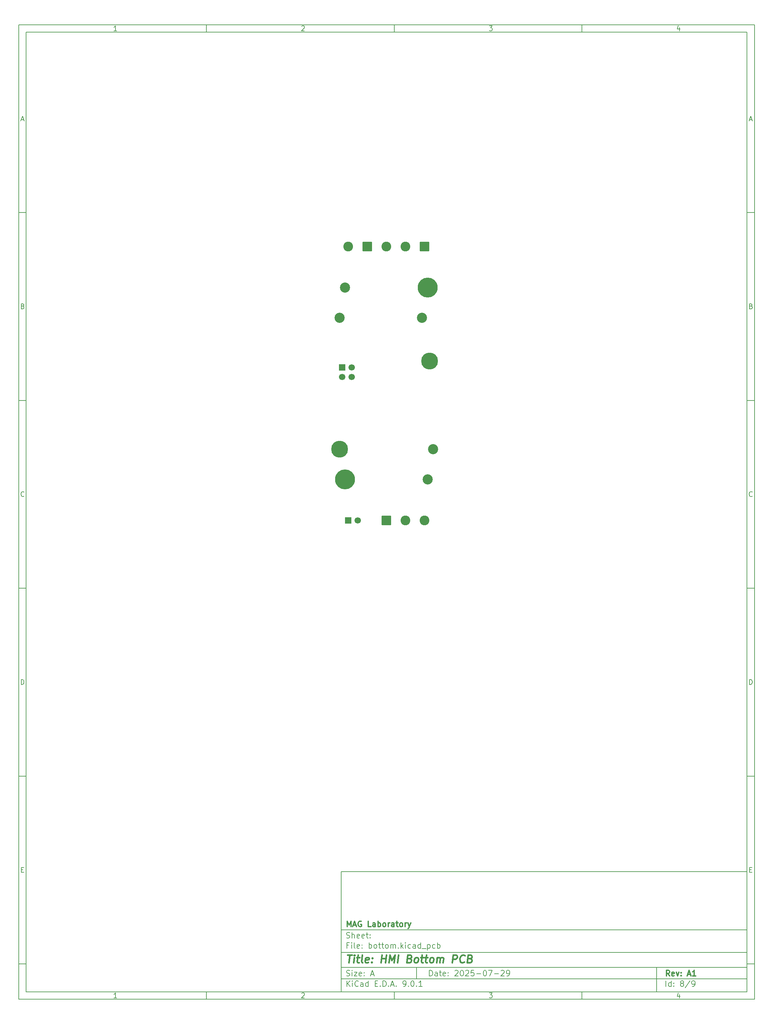
<source format=gbr>
%TF.GenerationSoftware,KiCad,Pcbnew,9.0.1*%
%TF.CreationDate,2025-07-31T02:38:39-07:00*%
%TF.ProjectId,bottom,626f7474-6f6d-42e6-9b69-6361645f7063,A1*%
%TF.SameCoordinates,PX578c1c0PY3d09000*%
%TF.FileFunction,Soldermask,Bot*%
%TF.FilePolarity,Negative*%
%FSLAX46Y46*%
G04 Gerber Fmt 4.6, Leading zero omitted, Abs format (unit mm)*
G04 Created by KiCad (PCBNEW 9.0.1) date 2025-07-31 02:38:39*
%MOMM*%
%LPD*%
G01*
G04 APERTURE LIST*
G04 Aperture macros list*
%AMRoundRect*
0 Rectangle with rounded corners*
0 $1 Rounding radius*
0 $2 $3 $4 $5 $6 $7 $8 $9 X,Y pos of 4 corners*
0 Add a 4 corners polygon primitive as box body*
4,1,4,$2,$3,$4,$5,$6,$7,$8,$9,$2,$3,0*
0 Add four circle primitives for the rounded corners*
1,1,$1+$1,$2,$3*
1,1,$1+$1,$4,$5*
1,1,$1+$1,$6,$7*
1,1,$1+$1,$8,$9*
0 Add four rect primitives between the rounded corners*
20,1,$1+$1,$2,$3,$4,$5,0*
20,1,$1+$1,$4,$5,$6,$7,0*
20,1,$1+$1,$6,$7,$8,$9,0*
20,1,$1+$1,$8,$9,$2,$3,0*%
G04 Aperture macros list end*
%ADD10C,0.100000*%
%ADD11C,0.150000*%
%ADD12C,0.300000*%
%ADD13C,0.400000*%
%ADD14RoundRect,0.250000X-1.050000X-1.050000X1.050000X-1.050000X1.050000X1.050000X-1.050000X1.050000X0*%
%ADD15C,2.600000*%
%ADD16C,2.700000*%
%ADD17R,1.700000X1.700000*%
%ADD18C,1.700000*%
%ADD19RoundRect,0.250000X1.050000X1.050000X-1.050000X1.050000X-1.050000X-1.050000X1.050000X-1.050000X0*%
%ADD20C,4.500000*%
%ADD21C,5.300000*%
G04 APERTURE END LIST*
D10*
D11*
X4100000Y-171400000D02*
X112100000Y-171400000D01*
X112100000Y-203400000D01*
X4100000Y-203400000D01*
X4100000Y-171400000D01*
D10*
D11*
X-81800000Y54000000D02*
X114100000Y54000000D01*
X114100000Y-205400000D01*
X-81800000Y-205400000D01*
X-81800000Y54000000D01*
D10*
D11*
X-79800000Y52000000D02*
X112100000Y52000000D01*
X112100000Y-203400000D01*
X-79800000Y-203400000D01*
X-79800000Y52000000D01*
D10*
D11*
X-31800000Y52000000D02*
X-31800000Y54000000D01*
D10*
D11*
X18200000Y52000000D02*
X18200000Y54000000D01*
D10*
D11*
X68200000Y52000000D02*
X68200000Y54000000D01*
D10*
D11*
X-55710840Y52406396D02*
X-56453697Y52406396D01*
X-56082269Y52406396D02*
X-56082269Y53706396D01*
X-56082269Y53706396D02*
X-56206078Y53520681D01*
X-56206078Y53520681D02*
X-56329888Y53396872D01*
X-56329888Y53396872D02*
X-56453697Y53334967D01*
D10*
D11*
X-6453697Y53582586D02*
X-6391793Y53644491D01*
X-6391793Y53644491D02*
X-6267983Y53706396D01*
X-6267983Y53706396D02*
X-5958459Y53706396D01*
X-5958459Y53706396D02*
X-5834650Y53644491D01*
X-5834650Y53644491D02*
X-5772745Y53582586D01*
X-5772745Y53582586D02*
X-5710840Y53458777D01*
X-5710840Y53458777D02*
X-5710840Y53334967D01*
X-5710840Y53334967D02*
X-5772745Y53149253D01*
X-5772745Y53149253D02*
X-6515602Y52406396D01*
X-6515602Y52406396D02*
X-5710840Y52406396D01*
D10*
D11*
X43484398Y53706396D02*
X44289160Y53706396D01*
X44289160Y53706396D02*
X43855826Y53211158D01*
X43855826Y53211158D02*
X44041541Y53211158D01*
X44041541Y53211158D02*
X44165350Y53149253D01*
X44165350Y53149253D02*
X44227255Y53087348D01*
X44227255Y53087348D02*
X44289160Y52963539D01*
X44289160Y52963539D02*
X44289160Y52654015D01*
X44289160Y52654015D02*
X44227255Y52530205D01*
X44227255Y52530205D02*
X44165350Y52468300D01*
X44165350Y52468300D02*
X44041541Y52406396D01*
X44041541Y52406396D02*
X43670112Y52406396D01*
X43670112Y52406396D02*
X43546303Y52468300D01*
X43546303Y52468300D02*
X43484398Y52530205D01*
D10*
D11*
X94165350Y53273062D02*
X94165350Y52406396D01*
X93855826Y53768300D02*
X93546303Y52839729D01*
X93546303Y52839729D02*
X94351064Y52839729D01*
D10*
D11*
X-31800000Y-203400000D02*
X-31800000Y-205400000D01*
D10*
D11*
X18200000Y-203400000D02*
X18200000Y-205400000D01*
D10*
D11*
X68200000Y-203400000D02*
X68200000Y-205400000D01*
D10*
D11*
X-55710840Y-204993604D02*
X-56453697Y-204993604D01*
X-56082269Y-204993604D02*
X-56082269Y-203693604D01*
X-56082269Y-203693604D02*
X-56206078Y-203879319D01*
X-56206078Y-203879319D02*
X-56329888Y-204003128D01*
X-56329888Y-204003128D02*
X-56453697Y-204065033D01*
D10*
D11*
X-6453697Y-203817414D02*
X-6391793Y-203755509D01*
X-6391793Y-203755509D02*
X-6267983Y-203693604D01*
X-6267983Y-203693604D02*
X-5958459Y-203693604D01*
X-5958459Y-203693604D02*
X-5834650Y-203755509D01*
X-5834650Y-203755509D02*
X-5772745Y-203817414D01*
X-5772745Y-203817414D02*
X-5710840Y-203941223D01*
X-5710840Y-203941223D02*
X-5710840Y-204065033D01*
X-5710840Y-204065033D02*
X-5772745Y-204250747D01*
X-5772745Y-204250747D02*
X-6515602Y-204993604D01*
X-6515602Y-204993604D02*
X-5710840Y-204993604D01*
D10*
D11*
X43484398Y-203693604D02*
X44289160Y-203693604D01*
X44289160Y-203693604D02*
X43855826Y-204188842D01*
X43855826Y-204188842D02*
X44041541Y-204188842D01*
X44041541Y-204188842D02*
X44165350Y-204250747D01*
X44165350Y-204250747D02*
X44227255Y-204312652D01*
X44227255Y-204312652D02*
X44289160Y-204436461D01*
X44289160Y-204436461D02*
X44289160Y-204745985D01*
X44289160Y-204745985D02*
X44227255Y-204869795D01*
X44227255Y-204869795D02*
X44165350Y-204931700D01*
X44165350Y-204931700D02*
X44041541Y-204993604D01*
X44041541Y-204993604D02*
X43670112Y-204993604D01*
X43670112Y-204993604D02*
X43546303Y-204931700D01*
X43546303Y-204931700D02*
X43484398Y-204869795D01*
D10*
D11*
X94165350Y-204126938D02*
X94165350Y-204993604D01*
X93855826Y-203631700D02*
X93546303Y-204560271D01*
X93546303Y-204560271D02*
X94351064Y-204560271D01*
D10*
D11*
X-81800000Y4000000D02*
X-79800000Y4000000D01*
D10*
D11*
X-81800000Y-46000000D02*
X-79800000Y-46000000D01*
D10*
D11*
X-81800000Y-96000000D02*
X-79800000Y-96000000D01*
D10*
D11*
X-81800000Y-146000000D02*
X-79800000Y-146000000D01*
D10*
D11*
X-81800000Y-196000000D02*
X-79800000Y-196000000D01*
D10*
D11*
X-81109524Y28777824D02*
X-80490477Y28777824D01*
X-81233334Y28406396D02*
X-80800001Y29706396D01*
X-80800001Y29706396D02*
X-80366667Y28406396D01*
D10*
D11*
X-80707143Y-20912652D02*
X-80521429Y-20974557D01*
X-80521429Y-20974557D02*
X-80459524Y-21036461D01*
X-80459524Y-21036461D02*
X-80397620Y-21160271D01*
X-80397620Y-21160271D02*
X-80397620Y-21345985D01*
X-80397620Y-21345985D02*
X-80459524Y-21469795D01*
X-80459524Y-21469795D02*
X-80521429Y-21531700D01*
X-80521429Y-21531700D02*
X-80645239Y-21593604D01*
X-80645239Y-21593604D02*
X-81140477Y-21593604D01*
X-81140477Y-21593604D02*
X-81140477Y-20293604D01*
X-81140477Y-20293604D02*
X-80707143Y-20293604D01*
X-80707143Y-20293604D02*
X-80583334Y-20355509D01*
X-80583334Y-20355509D02*
X-80521429Y-20417414D01*
X-80521429Y-20417414D02*
X-80459524Y-20541223D01*
X-80459524Y-20541223D02*
X-80459524Y-20665033D01*
X-80459524Y-20665033D02*
X-80521429Y-20788842D01*
X-80521429Y-20788842D02*
X-80583334Y-20850747D01*
X-80583334Y-20850747D02*
X-80707143Y-20912652D01*
X-80707143Y-20912652D02*
X-81140477Y-20912652D01*
D10*
D11*
X-80397620Y-71469795D02*
X-80459524Y-71531700D01*
X-80459524Y-71531700D02*
X-80645239Y-71593604D01*
X-80645239Y-71593604D02*
X-80769048Y-71593604D01*
X-80769048Y-71593604D02*
X-80954762Y-71531700D01*
X-80954762Y-71531700D02*
X-81078572Y-71407890D01*
X-81078572Y-71407890D02*
X-81140477Y-71284080D01*
X-81140477Y-71284080D02*
X-81202381Y-71036461D01*
X-81202381Y-71036461D02*
X-81202381Y-70850747D01*
X-81202381Y-70850747D02*
X-81140477Y-70603128D01*
X-81140477Y-70603128D02*
X-81078572Y-70479319D01*
X-81078572Y-70479319D02*
X-80954762Y-70355509D01*
X-80954762Y-70355509D02*
X-80769048Y-70293604D01*
X-80769048Y-70293604D02*
X-80645239Y-70293604D01*
X-80645239Y-70293604D02*
X-80459524Y-70355509D01*
X-80459524Y-70355509D02*
X-80397620Y-70417414D01*
D10*
D11*
X-81140477Y-121593604D02*
X-81140477Y-120293604D01*
X-81140477Y-120293604D02*
X-80830953Y-120293604D01*
X-80830953Y-120293604D02*
X-80645239Y-120355509D01*
X-80645239Y-120355509D02*
X-80521429Y-120479319D01*
X-80521429Y-120479319D02*
X-80459524Y-120603128D01*
X-80459524Y-120603128D02*
X-80397620Y-120850747D01*
X-80397620Y-120850747D02*
X-80397620Y-121036461D01*
X-80397620Y-121036461D02*
X-80459524Y-121284080D01*
X-80459524Y-121284080D02*
X-80521429Y-121407890D01*
X-80521429Y-121407890D02*
X-80645239Y-121531700D01*
X-80645239Y-121531700D02*
X-80830953Y-121593604D01*
X-80830953Y-121593604D02*
X-81140477Y-121593604D01*
D10*
D11*
X-81078572Y-170912652D02*
X-80645238Y-170912652D01*
X-80459524Y-171593604D02*
X-81078572Y-171593604D01*
X-81078572Y-171593604D02*
X-81078572Y-170293604D01*
X-81078572Y-170293604D02*
X-80459524Y-170293604D01*
D10*
D11*
X114100000Y4000000D02*
X112100000Y4000000D01*
D10*
D11*
X114100000Y-46000000D02*
X112100000Y-46000000D01*
D10*
D11*
X114100000Y-96000000D02*
X112100000Y-96000000D01*
D10*
D11*
X114100000Y-146000000D02*
X112100000Y-146000000D01*
D10*
D11*
X114100000Y-196000000D02*
X112100000Y-196000000D01*
D10*
D11*
X112790476Y28777824D02*
X113409523Y28777824D01*
X112666666Y28406396D02*
X113099999Y29706396D01*
X113099999Y29706396D02*
X113533333Y28406396D01*
D10*
D11*
X113192857Y-20912652D02*
X113378571Y-20974557D01*
X113378571Y-20974557D02*
X113440476Y-21036461D01*
X113440476Y-21036461D02*
X113502380Y-21160271D01*
X113502380Y-21160271D02*
X113502380Y-21345985D01*
X113502380Y-21345985D02*
X113440476Y-21469795D01*
X113440476Y-21469795D02*
X113378571Y-21531700D01*
X113378571Y-21531700D02*
X113254761Y-21593604D01*
X113254761Y-21593604D02*
X112759523Y-21593604D01*
X112759523Y-21593604D02*
X112759523Y-20293604D01*
X112759523Y-20293604D02*
X113192857Y-20293604D01*
X113192857Y-20293604D02*
X113316666Y-20355509D01*
X113316666Y-20355509D02*
X113378571Y-20417414D01*
X113378571Y-20417414D02*
X113440476Y-20541223D01*
X113440476Y-20541223D02*
X113440476Y-20665033D01*
X113440476Y-20665033D02*
X113378571Y-20788842D01*
X113378571Y-20788842D02*
X113316666Y-20850747D01*
X113316666Y-20850747D02*
X113192857Y-20912652D01*
X113192857Y-20912652D02*
X112759523Y-20912652D01*
D10*
D11*
X113502380Y-71469795D02*
X113440476Y-71531700D01*
X113440476Y-71531700D02*
X113254761Y-71593604D01*
X113254761Y-71593604D02*
X113130952Y-71593604D01*
X113130952Y-71593604D02*
X112945238Y-71531700D01*
X112945238Y-71531700D02*
X112821428Y-71407890D01*
X112821428Y-71407890D02*
X112759523Y-71284080D01*
X112759523Y-71284080D02*
X112697619Y-71036461D01*
X112697619Y-71036461D02*
X112697619Y-70850747D01*
X112697619Y-70850747D02*
X112759523Y-70603128D01*
X112759523Y-70603128D02*
X112821428Y-70479319D01*
X112821428Y-70479319D02*
X112945238Y-70355509D01*
X112945238Y-70355509D02*
X113130952Y-70293604D01*
X113130952Y-70293604D02*
X113254761Y-70293604D01*
X113254761Y-70293604D02*
X113440476Y-70355509D01*
X113440476Y-70355509D02*
X113502380Y-70417414D01*
D10*
D11*
X112759523Y-121593604D02*
X112759523Y-120293604D01*
X112759523Y-120293604D02*
X113069047Y-120293604D01*
X113069047Y-120293604D02*
X113254761Y-120355509D01*
X113254761Y-120355509D02*
X113378571Y-120479319D01*
X113378571Y-120479319D02*
X113440476Y-120603128D01*
X113440476Y-120603128D02*
X113502380Y-120850747D01*
X113502380Y-120850747D02*
X113502380Y-121036461D01*
X113502380Y-121036461D02*
X113440476Y-121284080D01*
X113440476Y-121284080D02*
X113378571Y-121407890D01*
X113378571Y-121407890D02*
X113254761Y-121531700D01*
X113254761Y-121531700D02*
X113069047Y-121593604D01*
X113069047Y-121593604D02*
X112759523Y-121593604D01*
D10*
D11*
X112821428Y-170912652D02*
X113254762Y-170912652D01*
X113440476Y-171593604D02*
X112821428Y-171593604D01*
X112821428Y-171593604D02*
X112821428Y-170293604D01*
X112821428Y-170293604D02*
X113440476Y-170293604D01*
D10*
D11*
X27555826Y-199186128D02*
X27555826Y-197686128D01*
X27555826Y-197686128D02*
X27912969Y-197686128D01*
X27912969Y-197686128D02*
X28127255Y-197757557D01*
X28127255Y-197757557D02*
X28270112Y-197900414D01*
X28270112Y-197900414D02*
X28341541Y-198043271D01*
X28341541Y-198043271D02*
X28412969Y-198328985D01*
X28412969Y-198328985D02*
X28412969Y-198543271D01*
X28412969Y-198543271D02*
X28341541Y-198828985D01*
X28341541Y-198828985D02*
X28270112Y-198971842D01*
X28270112Y-198971842D02*
X28127255Y-199114700D01*
X28127255Y-199114700D02*
X27912969Y-199186128D01*
X27912969Y-199186128D02*
X27555826Y-199186128D01*
X29698684Y-199186128D02*
X29698684Y-198400414D01*
X29698684Y-198400414D02*
X29627255Y-198257557D01*
X29627255Y-198257557D02*
X29484398Y-198186128D01*
X29484398Y-198186128D02*
X29198684Y-198186128D01*
X29198684Y-198186128D02*
X29055826Y-198257557D01*
X29698684Y-199114700D02*
X29555826Y-199186128D01*
X29555826Y-199186128D02*
X29198684Y-199186128D01*
X29198684Y-199186128D02*
X29055826Y-199114700D01*
X29055826Y-199114700D02*
X28984398Y-198971842D01*
X28984398Y-198971842D02*
X28984398Y-198828985D01*
X28984398Y-198828985D02*
X29055826Y-198686128D01*
X29055826Y-198686128D02*
X29198684Y-198614700D01*
X29198684Y-198614700D02*
X29555826Y-198614700D01*
X29555826Y-198614700D02*
X29698684Y-198543271D01*
X30198684Y-198186128D02*
X30770112Y-198186128D01*
X30412969Y-197686128D02*
X30412969Y-198971842D01*
X30412969Y-198971842D02*
X30484398Y-199114700D01*
X30484398Y-199114700D02*
X30627255Y-199186128D01*
X30627255Y-199186128D02*
X30770112Y-199186128D01*
X31841541Y-199114700D02*
X31698684Y-199186128D01*
X31698684Y-199186128D02*
X31412970Y-199186128D01*
X31412970Y-199186128D02*
X31270112Y-199114700D01*
X31270112Y-199114700D02*
X31198684Y-198971842D01*
X31198684Y-198971842D02*
X31198684Y-198400414D01*
X31198684Y-198400414D02*
X31270112Y-198257557D01*
X31270112Y-198257557D02*
X31412970Y-198186128D01*
X31412970Y-198186128D02*
X31698684Y-198186128D01*
X31698684Y-198186128D02*
X31841541Y-198257557D01*
X31841541Y-198257557D02*
X31912970Y-198400414D01*
X31912970Y-198400414D02*
X31912970Y-198543271D01*
X31912970Y-198543271D02*
X31198684Y-198686128D01*
X32555826Y-199043271D02*
X32627255Y-199114700D01*
X32627255Y-199114700D02*
X32555826Y-199186128D01*
X32555826Y-199186128D02*
X32484398Y-199114700D01*
X32484398Y-199114700D02*
X32555826Y-199043271D01*
X32555826Y-199043271D02*
X32555826Y-199186128D01*
X32555826Y-198257557D02*
X32627255Y-198328985D01*
X32627255Y-198328985D02*
X32555826Y-198400414D01*
X32555826Y-198400414D02*
X32484398Y-198328985D01*
X32484398Y-198328985D02*
X32555826Y-198257557D01*
X32555826Y-198257557D02*
X32555826Y-198400414D01*
X34341541Y-197828985D02*
X34412969Y-197757557D01*
X34412969Y-197757557D02*
X34555827Y-197686128D01*
X34555827Y-197686128D02*
X34912969Y-197686128D01*
X34912969Y-197686128D02*
X35055827Y-197757557D01*
X35055827Y-197757557D02*
X35127255Y-197828985D01*
X35127255Y-197828985D02*
X35198684Y-197971842D01*
X35198684Y-197971842D02*
X35198684Y-198114700D01*
X35198684Y-198114700D02*
X35127255Y-198328985D01*
X35127255Y-198328985D02*
X34270112Y-199186128D01*
X34270112Y-199186128D02*
X35198684Y-199186128D01*
X36127255Y-197686128D02*
X36270112Y-197686128D01*
X36270112Y-197686128D02*
X36412969Y-197757557D01*
X36412969Y-197757557D02*
X36484398Y-197828985D01*
X36484398Y-197828985D02*
X36555826Y-197971842D01*
X36555826Y-197971842D02*
X36627255Y-198257557D01*
X36627255Y-198257557D02*
X36627255Y-198614700D01*
X36627255Y-198614700D02*
X36555826Y-198900414D01*
X36555826Y-198900414D02*
X36484398Y-199043271D01*
X36484398Y-199043271D02*
X36412969Y-199114700D01*
X36412969Y-199114700D02*
X36270112Y-199186128D01*
X36270112Y-199186128D02*
X36127255Y-199186128D01*
X36127255Y-199186128D02*
X35984398Y-199114700D01*
X35984398Y-199114700D02*
X35912969Y-199043271D01*
X35912969Y-199043271D02*
X35841540Y-198900414D01*
X35841540Y-198900414D02*
X35770112Y-198614700D01*
X35770112Y-198614700D02*
X35770112Y-198257557D01*
X35770112Y-198257557D02*
X35841540Y-197971842D01*
X35841540Y-197971842D02*
X35912969Y-197828985D01*
X35912969Y-197828985D02*
X35984398Y-197757557D01*
X35984398Y-197757557D02*
X36127255Y-197686128D01*
X37198683Y-197828985D02*
X37270111Y-197757557D01*
X37270111Y-197757557D02*
X37412969Y-197686128D01*
X37412969Y-197686128D02*
X37770111Y-197686128D01*
X37770111Y-197686128D02*
X37912969Y-197757557D01*
X37912969Y-197757557D02*
X37984397Y-197828985D01*
X37984397Y-197828985D02*
X38055826Y-197971842D01*
X38055826Y-197971842D02*
X38055826Y-198114700D01*
X38055826Y-198114700D02*
X37984397Y-198328985D01*
X37984397Y-198328985D02*
X37127254Y-199186128D01*
X37127254Y-199186128D02*
X38055826Y-199186128D01*
X39412968Y-197686128D02*
X38698682Y-197686128D01*
X38698682Y-197686128D02*
X38627254Y-198400414D01*
X38627254Y-198400414D02*
X38698682Y-198328985D01*
X38698682Y-198328985D02*
X38841540Y-198257557D01*
X38841540Y-198257557D02*
X39198682Y-198257557D01*
X39198682Y-198257557D02*
X39341540Y-198328985D01*
X39341540Y-198328985D02*
X39412968Y-198400414D01*
X39412968Y-198400414D02*
X39484397Y-198543271D01*
X39484397Y-198543271D02*
X39484397Y-198900414D01*
X39484397Y-198900414D02*
X39412968Y-199043271D01*
X39412968Y-199043271D02*
X39341540Y-199114700D01*
X39341540Y-199114700D02*
X39198682Y-199186128D01*
X39198682Y-199186128D02*
X38841540Y-199186128D01*
X38841540Y-199186128D02*
X38698682Y-199114700D01*
X38698682Y-199114700D02*
X38627254Y-199043271D01*
X40127253Y-198614700D02*
X41270111Y-198614700D01*
X42270111Y-197686128D02*
X42412968Y-197686128D01*
X42412968Y-197686128D02*
X42555825Y-197757557D01*
X42555825Y-197757557D02*
X42627254Y-197828985D01*
X42627254Y-197828985D02*
X42698682Y-197971842D01*
X42698682Y-197971842D02*
X42770111Y-198257557D01*
X42770111Y-198257557D02*
X42770111Y-198614700D01*
X42770111Y-198614700D02*
X42698682Y-198900414D01*
X42698682Y-198900414D02*
X42627254Y-199043271D01*
X42627254Y-199043271D02*
X42555825Y-199114700D01*
X42555825Y-199114700D02*
X42412968Y-199186128D01*
X42412968Y-199186128D02*
X42270111Y-199186128D01*
X42270111Y-199186128D02*
X42127254Y-199114700D01*
X42127254Y-199114700D02*
X42055825Y-199043271D01*
X42055825Y-199043271D02*
X41984396Y-198900414D01*
X41984396Y-198900414D02*
X41912968Y-198614700D01*
X41912968Y-198614700D02*
X41912968Y-198257557D01*
X41912968Y-198257557D02*
X41984396Y-197971842D01*
X41984396Y-197971842D02*
X42055825Y-197828985D01*
X42055825Y-197828985D02*
X42127254Y-197757557D01*
X42127254Y-197757557D02*
X42270111Y-197686128D01*
X43270110Y-197686128D02*
X44270110Y-197686128D01*
X44270110Y-197686128D02*
X43627253Y-199186128D01*
X44841538Y-198614700D02*
X45984396Y-198614700D01*
X46627253Y-197828985D02*
X46698681Y-197757557D01*
X46698681Y-197757557D02*
X46841539Y-197686128D01*
X46841539Y-197686128D02*
X47198681Y-197686128D01*
X47198681Y-197686128D02*
X47341539Y-197757557D01*
X47341539Y-197757557D02*
X47412967Y-197828985D01*
X47412967Y-197828985D02*
X47484396Y-197971842D01*
X47484396Y-197971842D02*
X47484396Y-198114700D01*
X47484396Y-198114700D02*
X47412967Y-198328985D01*
X47412967Y-198328985D02*
X46555824Y-199186128D01*
X46555824Y-199186128D02*
X47484396Y-199186128D01*
X48198681Y-199186128D02*
X48484395Y-199186128D01*
X48484395Y-199186128D02*
X48627252Y-199114700D01*
X48627252Y-199114700D02*
X48698681Y-199043271D01*
X48698681Y-199043271D02*
X48841538Y-198828985D01*
X48841538Y-198828985D02*
X48912967Y-198543271D01*
X48912967Y-198543271D02*
X48912967Y-197971842D01*
X48912967Y-197971842D02*
X48841538Y-197828985D01*
X48841538Y-197828985D02*
X48770110Y-197757557D01*
X48770110Y-197757557D02*
X48627252Y-197686128D01*
X48627252Y-197686128D02*
X48341538Y-197686128D01*
X48341538Y-197686128D02*
X48198681Y-197757557D01*
X48198681Y-197757557D02*
X48127252Y-197828985D01*
X48127252Y-197828985D02*
X48055824Y-197971842D01*
X48055824Y-197971842D02*
X48055824Y-198328985D01*
X48055824Y-198328985D02*
X48127252Y-198471842D01*
X48127252Y-198471842D02*
X48198681Y-198543271D01*
X48198681Y-198543271D02*
X48341538Y-198614700D01*
X48341538Y-198614700D02*
X48627252Y-198614700D01*
X48627252Y-198614700D02*
X48770110Y-198543271D01*
X48770110Y-198543271D02*
X48841538Y-198471842D01*
X48841538Y-198471842D02*
X48912967Y-198328985D01*
D10*
D11*
X4100000Y-199900000D02*
X112100000Y-199900000D01*
D10*
D11*
X5555826Y-201986128D02*
X5555826Y-200486128D01*
X6412969Y-201986128D02*
X5770112Y-201128985D01*
X6412969Y-200486128D02*
X5555826Y-201343271D01*
X7055826Y-201986128D02*
X7055826Y-200986128D01*
X7055826Y-200486128D02*
X6984398Y-200557557D01*
X6984398Y-200557557D02*
X7055826Y-200628985D01*
X7055826Y-200628985D02*
X7127255Y-200557557D01*
X7127255Y-200557557D02*
X7055826Y-200486128D01*
X7055826Y-200486128D02*
X7055826Y-200628985D01*
X8627255Y-201843271D02*
X8555827Y-201914700D01*
X8555827Y-201914700D02*
X8341541Y-201986128D01*
X8341541Y-201986128D02*
X8198684Y-201986128D01*
X8198684Y-201986128D02*
X7984398Y-201914700D01*
X7984398Y-201914700D02*
X7841541Y-201771842D01*
X7841541Y-201771842D02*
X7770112Y-201628985D01*
X7770112Y-201628985D02*
X7698684Y-201343271D01*
X7698684Y-201343271D02*
X7698684Y-201128985D01*
X7698684Y-201128985D02*
X7770112Y-200843271D01*
X7770112Y-200843271D02*
X7841541Y-200700414D01*
X7841541Y-200700414D02*
X7984398Y-200557557D01*
X7984398Y-200557557D02*
X8198684Y-200486128D01*
X8198684Y-200486128D02*
X8341541Y-200486128D01*
X8341541Y-200486128D02*
X8555827Y-200557557D01*
X8555827Y-200557557D02*
X8627255Y-200628985D01*
X9912970Y-201986128D02*
X9912970Y-201200414D01*
X9912970Y-201200414D02*
X9841541Y-201057557D01*
X9841541Y-201057557D02*
X9698684Y-200986128D01*
X9698684Y-200986128D02*
X9412970Y-200986128D01*
X9412970Y-200986128D02*
X9270112Y-201057557D01*
X9912970Y-201914700D02*
X9770112Y-201986128D01*
X9770112Y-201986128D02*
X9412970Y-201986128D01*
X9412970Y-201986128D02*
X9270112Y-201914700D01*
X9270112Y-201914700D02*
X9198684Y-201771842D01*
X9198684Y-201771842D02*
X9198684Y-201628985D01*
X9198684Y-201628985D02*
X9270112Y-201486128D01*
X9270112Y-201486128D02*
X9412970Y-201414700D01*
X9412970Y-201414700D02*
X9770112Y-201414700D01*
X9770112Y-201414700D02*
X9912970Y-201343271D01*
X11270113Y-201986128D02*
X11270113Y-200486128D01*
X11270113Y-201914700D02*
X11127255Y-201986128D01*
X11127255Y-201986128D02*
X10841541Y-201986128D01*
X10841541Y-201986128D02*
X10698684Y-201914700D01*
X10698684Y-201914700D02*
X10627255Y-201843271D01*
X10627255Y-201843271D02*
X10555827Y-201700414D01*
X10555827Y-201700414D02*
X10555827Y-201271842D01*
X10555827Y-201271842D02*
X10627255Y-201128985D01*
X10627255Y-201128985D02*
X10698684Y-201057557D01*
X10698684Y-201057557D02*
X10841541Y-200986128D01*
X10841541Y-200986128D02*
X11127255Y-200986128D01*
X11127255Y-200986128D02*
X11270113Y-201057557D01*
X13127255Y-201200414D02*
X13627255Y-201200414D01*
X13841541Y-201986128D02*
X13127255Y-201986128D01*
X13127255Y-201986128D02*
X13127255Y-200486128D01*
X13127255Y-200486128D02*
X13841541Y-200486128D01*
X14484398Y-201843271D02*
X14555827Y-201914700D01*
X14555827Y-201914700D02*
X14484398Y-201986128D01*
X14484398Y-201986128D02*
X14412970Y-201914700D01*
X14412970Y-201914700D02*
X14484398Y-201843271D01*
X14484398Y-201843271D02*
X14484398Y-201986128D01*
X15198684Y-201986128D02*
X15198684Y-200486128D01*
X15198684Y-200486128D02*
X15555827Y-200486128D01*
X15555827Y-200486128D02*
X15770113Y-200557557D01*
X15770113Y-200557557D02*
X15912970Y-200700414D01*
X15912970Y-200700414D02*
X15984399Y-200843271D01*
X15984399Y-200843271D02*
X16055827Y-201128985D01*
X16055827Y-201128985D02*
X16055827Y-201343271D01*
X16055827Y-201343271D02*
X15984399Y-201628985D01*
X15984399Y-201628985D02*
X15912970Y-201771842D01*
X15912970Y-201771842D02*
X15770113Y-201914700D01*
X15770113Y-201914700D02*
X15555827Y-201986128D01*
X15555827Y-201986128D02*
X15198684Y-201986128D01*
X16698684Y-201843271D02*
X16770113Y-201914700D01*
X16770113Y-201914700D02*
X16698684Y-201986128D01*
X16698684Y-201986128D02*
X16627256Y-201914700D01*
X16627256Y-201914700D02*
X16698684Y-201843271D01*
X16698684Y-201843271D02*
X16698684Y-201986128D01*
X17341542Y-201557557D02*
X18055828Y-201557557D01*
X17198685Y-201986128D02*
X17698685Y-200486128D01*
X17698685Y-200486128D02*
X18198685Y-201986128D01*
X18698684Y-201843271D02*
X18770113Y-201914700D01*
X18770113Y-201914700D02*
X18698684Y-201986128D01*
X18698684Y-201986128D02*
X18627256Y-201914700D01*
X18627256Y-201914700D02*
X18698684Y-201843271D01*
X18698684Y-201843271D02*
X18698684Y-201986128D01*
X20627256Y-201986128D02*
X20912970Y-201986128D01*
X20912970Y-201986128D02*
X21055827Y-201914700D01*
X21055827Y-201914700D02*
X21127256Y-201843271D01*
X21127256Y-201843271D02*
X21270113Y-201628985D01*
X21270113Y-201628985D02*
X21341542Y-201343271D01*
X21341542Y-201343271D02*
X21341542Y-200771842D01*
X21341542Y-200771842D02*
X21270113Y-200628985D01*
X21270113Y-200628985D02*
X21198685Y-200557557D01*
X21198685Y-200557557D02*
X21055827Y-200486128D01*
X21055827Y-200486128D02*
X20770113Y-200486128D01*
X20770113Y-200486128D02*
X20627256Y-200557557D01*
X20627256Y-200557557D02*
X20555827Y-200628985D01*
X20555827Y-200628985D02*
X20484399Y-200771842D01*
X20484399Y-200771842D02*
X20484399Y-201128985D01*
X20484399Y-201128985D02*
X20555827Y-201271842D01*
X20555827Y-201271842D02*
X20627256Y-201343271D01*
X20627256Y-201343271D02*
X20770113Y-201414700D01*
X20770113Y-201414700D02*
X21055827Y-201414700D01*
X21055827Y-201414700D02*
X21198685Y-201343271D01*
X21198685Y-201343271D02*
X21270113Y-201271842D01*
X21270113Y-201271842D02*
X21341542Y-201128985D01*
X21984398Y-201843271D02*
X22055827Y-201914700D01*
X22055827Y-201914700D02*
X21984398Y-201986128D01*
X21984398Y-201986128D02*
X21912970Y-201914700D01*
X21912970Y-201914700D02*
X21984398Y-201843271D01*
X21984398Y-201843271D02*
X21984398Y-201986128D01*
X22984399Y-200486128D02*
X23127256Y-200486128D01*
X23127256Y-200486128D02*
X23270113Y-200557557D01*
X23270113Y-200557557D02*
X23341542Y-200628985D01*
X23341542Y-200628985D02*
X23412970Y-200771842D01*
X23412970Y-200771842D02*
X23484399Y-201057557D01*
X23484399Y-201057557D02*
X23484399Y-201414700D01*
X23484399Y-201414700D02*
X23412970Y-201700414D01*
X23412970Y-201700414D02*
X23341542Y-201843271D01*
X23341542Y-201843271D02*
X23270113Y-201914700D01*
X23270113Y-201914700D02*
X23127256Y-201986128D01*
X23127256Y-201986128D02*
X22984399Y-201986128D01*
X22984399Y-201986128D02*
X22841542Y-201914700D01*
X22841542Y-201914700D02*
X22770113Y-201843271D01*
X22770113Y-201843271D02*
X22698684Y-201700414D01*
X22698684Y-201700414D02*
X22627256Y-201414700D01*
X22627256Y-201414700D02*
X22627256Y-201057557D01*
X22627256Y-201057557D02*
X22698684Y-200771842D01*
X22698684Y-200771842D02*
X22770113Y-200628985D01*
X22770113Y-200628985D02*
X22841542Y-200557557D01*
X22841542Y-200557557D02*
X22984399Y-200486128D01*
X24127255Y-201843271D02*
X24198684Y-201914700D01*
X24198684Y-201914700D02*
X24127255Y-201986128D01*
X24127255Y-201986128D02*
X24055827Y-201914700D01*
X24055827Y-201914700D02*
X24127255Y-201843271D01*
X24127255Y-201843271D02*
X24127255Y-201986128D01*
X25627256Y-201986128D02*
X24770113Y-201986128D01*
X25198684Y-201986128D02*
X25198684Y-200486128D01*
X25198684Y-200486128D02*
X25055827Y-200700414D01*
X25055827Y-200700414D02*
X24912970Y-200843271D01*
X24912970Y-200843271D02*
X24770113Y-200914700D01*
D10*
D11*
X4100000Y-196900000D02*
X112100000Y-196900000D01*
D10*
D12*
X91511653Y-199178328D02*
X91011653Y-198464042D01*
X90654510Y-199178328D02*
X90654510Y-197678328D01*
X90654510Y-197678328D02*
X91225939Y-197678328D01*
X91225939Y-197678328D02*
X91368796Y-197749757D01*
X91368796Y-197749757D02*
X91440225Y-197821185D01*
X91440225Y-197821185D02*
X91511653Y-197964042D01*
X91511653Y-197964042D02*
X91511653Y-198178328D01*
X91511653Y-198178328D02*
X91440225Y-198321185D01*
X91440225Y-198321185D02*
X91368796Y-198392614D01*
X91368796Y-198392614D02*
X91225939Y-198464042D01*
X91225939Y-198464042D02*
X90654510Y-198464042D01*
X92725939Y-199106900D02*
X92583082Y-199178328D01*
X92583082Y-199178328D02*
X92297368Y-199178328D01*
X92297368Y-199178328D02*
X92154510Y-199106900D01*
X92154510Y-199106900D02*
X92083082Y-198964042D01*
X92083082Y-198964042D02*
X92083082Y-198392614D01*
X92083082Y-198392614D02*
X92154510Y-198249757D01*
X92154510Y-198249757D02*
X92297368Y-198178328D01*
X92297368Y-198178328D02*
X92583082Y-198178328D01*
X92583082Y-198178328D02*
X92725939Y-198249757D01*
X92725939Y-198249757D02*
X92797368Y-198392614D01*
X92797368Y-198392614D02*
X92797368Y-198535471D01*
X92797368Y-198535471D02*
X92083082Y-198678328D01*
X93297367Y-198178328D02*
X93654510Y-199178328D01*
X93654510Y-199178328D02*
X94011653Y-198178328D01*
X94583081Y-199035471D02*
X94654510Y-199106900D01*
X94654510Y-199106900D02*
X94583081Y-199178328D01*
X94583081Y-199178328D02*
X94511653Y-199106900D01*
X94511653Y-199106900D02*
X94583081Y-199035471D01*
X94583081Y-199035471D02*
X94583081Y-199178328D01*
X94583081Y-198249757D02*
X94654510Y-198321185D01*
X94654510Y-198321185D02*
X94583081Y-198392614D01*
X94583081Y-198392614D02*
X94511653Y-198321185D01*
X94511653Y-198321185D02*
X94583081Y-198249757D01*
X94583081Y-198249757D02*
X94583081Y-198392614D01*
X96368796Y-198749757D02*
X97083082Y-198749757D01*
X96225939Y-199178328D02*
X96725939Y-197678328D01*
X96725939Y-197678328D02*
X97225939Y-199178328D01*
X98511653Y-199178328D02*
X97654510Y-199178328D01*
X98083081Y-199178328D02*
X98083081Y-197678328D01*
X98083081Y-197678328D02*
X97940224Y-197892614D01*
X97940224Y-197892614D02*
X97797367Y-198035471D01*
X97797367Y-198035471D02*
X97654510Y-198106900D01*
D10*
D11*
X5484398Y-199114700D02*
X5698684Y-199186128D01*
X5698684Y-199186128D02*
X6055826Y-199186128D01*
X6055826Y-199186128D02*
X6198684Y-199114700D01*
X6198684Y-199114700D02*
X6270112Y-199043271D01*
X6270112Y-199043271D02*
X6341541Y-198900414D01*
X6341541Y-198900414D02*
X6341541Y-198757557D01*
X6341541Y-198757557D02*
X6270112Y-198614700D01*
X6270112Y-198614700D02*
X6198684Y-198543271D01*
X6198684Y-198543271D02*
X6055826Y-198471842D01*
X6055826Y-198471842D02*
X5770112Y-198400414D01*
X5770112Y-198400414D02*
X5627255Y-198328985D01*
X5627255Y-198328985D02*
X5555826Y-198257557D01*
X5555826Y-198257557D02*
X5484398Y-198114700D01*
X5484398Y-198114700D02*
X5484398Y-197971842D01*
X5484398Y-197971842D02*
X5555826Y-197828985D01*
X5555826Y-197828985D02*
X5627255Y-197757557D01*
X5627255Y-197757557D02*
X5770112Y-197686128D01*
X5770112Y-197686128D02*
X6127255Y-197686128D01*
X6127255Y-197686128D02*
X6341541Y-197757557D01*
X6984397Y-199186128D02*
X6984397Y-198186128D01*
X6984397Y-197686128D02*
X6912969Y-197757557D01*
X6912969Y-197757557D02*
X6984397Y-197828985D01*
X6984397Y-197828985D02*
X7055826Y-197757557D01*
X7055826Y-197757557D02*
X6984397Y-197686128D01*
X6984397Y-197686128D02*
X6984397Y-197828985D01*
X7555826Y-198186128D02*
X8341541Y-198186128D01*
X8341541Y-198186128D02*
X7555826Y-199186128D01*
X7555826Y-199186128D02*
X8341541Y-199186128D01*
X9484398Y-199114700D02*
X9341541Y-199186128D01*
X9341541Y-199186128D02*
X9055827Y-199186128D01*
X9055827Y-199186128D02*
X8912969Y-199114700D01*
X8912969Y-199114700D02*
X8841541Y-198971842D01*
X8841541Y-198971842D02*
X8841541Y-198400414D01*
X8841541Y-198400414D02*
X8912969Y-198257557D01*
X8912969Y-198257557D02*
X9055827Y-198186128D01*
X9055827Y-198186128D02*
X9341541Y-198186128D01*
X9341541Y-198186128D02*
X9484398Y-198257557D01*
X9484398Y-198257557D02*
X9555827Y-198400414D01*
X9555827Y-198400414D02*
X9555827Y-198543271D01*
X9555827Y-198543271D02*
X8841541Y-198686128D01*
X10198683Y-199043271D02*
X10270112Y-199114700D01*
X10270112Y-199114700D02*
X10198683Y-199186128D01*
X10198683Y-199186128D02*
X10127255Y-199114700D01*
X10127255Y-199114700D02*
X10198683Y-199043271D01*
X10198683Y-199043271D02*
X10198683Y-199186128D01*
X10198683Y-198257557D02*
X10270112Y-198328985D01*
X10270112Y-198328985D02*
X10198683Y-198400414D01*
X10198683Y-198400414D02*
X10127255Y-198328985D01*
X10127255Y-198328985D02*
X10198683Y-198257557D01*
X10198683Y-198257557D02*
X10198683Y-198400414D01*
X11984398Y-198757557D02*
X12698684Y-198757557D01*
X11841541Y-199186128D02*
X12341541Y-197686128D01*
X12341541Y-197686128D02*
X12841541Y-199186128D01*
D10*
D11*
X90555826Y-201986128D02*
X90555826Y-200486128D01*
X91912970Y-201986128D02*
X91912970Y-200486128D01*
X91912970Y-201914700D02*
X91770112Y-201986128D01*
X91770112Y-201986128D02*
X91484398Y-201986128D01*
X91484398Y-201986128D02*
X91341541Y-201914700D01*
X91341541Y-201914700D02*
X91270112Y-201843271D01*
X91270112Y-201843271D02*
X91198684Y-201700414D01*
X91198684Y-201700414D02*
X91198684Y-201271842D01*
X91198684Y-201271842D02*
X91270112Y-201128985D01*
X91270112Y-201128985D02*
X91341541Y-201057557D01*
X91341541Y-201057557D02*
X91484398Y-200986128D01*
X91484398Y-200986128D02*
X91770112Y-200986128D01*
X91770112Y-200986128D02*
X91912970Y-201057557D01*
X92627255Y-201843271D02*
X92698684Y-201914700D01*
X92698684Y-201914700D02*
X92627255Y-201986128D01*
X92627255Y-201986128D02*
X92555827Y-201914700D01*
X92555827Y-201914700D02*
X92627255Y-201843271D01*
X92627255Y-201843271D02*
X92627255Y-201986128D01*
X92627255Y-201057557D02*
X92698684Y-201128985D01*
X92698684Y-201128985D02*
X92627255Y-201200414D01*
X92627255Y-201200414D02*
X92555827Y-201128985D01*
X92555827Y-201128985D02*
X92627255Y-201057557D01*
X92627255Y-201057557D02*
X92627255Y-201200414D01*
X94698684Y-201128985D02*
X94555827Y-201057557D01*
X94555827Y-201057557D02*
X94484398Y-200986128D01*
X94484398Y-200986128D02*
X94412970Y-200843271D01*
X94412970Y-200843271D02*
X94412970Y-200771842D01*
X94412970Y-200771842D02*
X94484398Y-200628985D01*
X94484398Y-200628985D02*
X94555827Y-200557557D01*
X94555827Y-200557557D02*
X94698684Y-200486128D01*
X94698684Y-200486128D02*
X94984398Y-200486128D01*
X94984398Y-200486128D02*
X95127256Y-200557557D01*
X95127256Y-200557557D02*
X95198684Y-200628985D01*
X95198684Y-200628985D02*
X95270113Y-200771842D01*
X95270113Y-200771842D02*
X95270113Y-200843271D01*
X95270113Y-200843271D02*
X95198684Y-200986128D01*
X95198684Y-200986128D02*
X95127256Y-201057557D01*
X95127256Y-201057557D02*
X94984398Y-201128985D01*
X94984398Y-201128985D02*
X94698684Y-201128985D01*
X94698684Y-201128985D02*
X94555827Y-201200414D01*
X94555827Y-201200414D02*
X94484398Y-201271842D01*
X94484398Y-201271842D02*
X94412970Y-201414700D01*
X94412970Y-201414700D02*
X94412970Y-201700414D01*
X94412970Y-201700414D02*
X94484398Y-201843271D01*
X94484398Y-201843271D02*
X94555827Y-201914700D01*
X94555827Y-201914700D02*
X94698684Y-201986128D01*
X94698684Y-201986128D02*
X94984398Y-201986128D01*
X94984398Y-201986128D02*
X95127256Y-201914700D01*
X95127256Y-201914700D02*
X95198684Y-201843271D01*
X95198684Y-201843271D02*
X95270113Y-201700414D01*
X95270113Y-201700414D02*
X95270113Y-201414700D01*
X95270113Y-201414700D02*
X95198684Y-201271842D01*
X95198684Y-201271842D02*
X95127256Y-201200414D01*
X95127256Y-201200414D02*
X94984398Y-201128985D01*
X96984398Y-200414700D02*
X95698684Y-202343271D01*
X97555827Y-201986128D02*
X97841541Y-201986128D01*
X97841541Y-201986128D02*
X97984398Y-201914700D01*
X97984398Y-201914700D02*
X98055827Y-201843271D01*
X98055827Y-201843271D02*
X98198684Y-201628985D01*
X98198684Y-201628985D02*
X98270113Y-201343271D01*
X98270113Y-201343271D02*
X98270113Y-200771842D01*
X98270113Y-200771842D02*
X98198684Y-200628985D01*
X98198684Y-200628985D02*
X98127256Y-200557557D01*
X98127256Y-200557557D02*
X97984398Y-200486128D01*
X97984398Y-200486128D02*
X97698684Y-200486128D01*
X97698684Y-200486128D02*
X97555827Y-200557557D01*
X97555827Y-200557557D02*
X97484398Y-200628985D01*
X97484398Y-200628985D02*
X97412970Y-200771842D01*
X97412970Y-200771842D02*
X97412970Y-201128985D01*
X97412970Y-201128985D02*
X97484398Y-201271842D01*
X97484398Y-201271842D02*
X97555827Y-201343271D01*
X97555827Y-201343271D02*
X97698684Y-201414700D01*
X97698684Y-201414700D02*
X97984398Y-201414700D01*
X97984398Y-201414700D02*
X98127256Y-201343271D01*
X98127256Y-201343271D02*
X98198684Y-201271842D01*
X98198684Y-201271842D02*
X98270113Y-201128985D01*
D10*
D11*
X4100000Y-192900000D02*
X112100000Y-192900000D01*
D10*
D13*
X5791728Y-193604438D02*
X6934585Y-193604438D01*
X6113157Y-195604438D02*
X6363157Y-193604438D01*
X7351252Y-195604438D02*
X7517919Y-194271104D01*
X7601252Y-193604438D02*
X7494109Y-193699676D01*
X7494109Y-193699676D02*
X7577443Y-193794914D01*
X7577443Y-193794914D02*
X7684586Y-193699676D01*
X7684586Y-193699676D02*
X7601252Y-193604438D01*
X7601252Y-193604438D02*
X7577443Y-193794914D01*
X8184586Y-194271104D02*
X8946490Y-194271104D01*
X8553633Y-193604438D02*
X8339348Y-195318723D01*
X8339348Y-195318723D02*
X8410776Y-195509200D01*
X8410776Y-195509200D02*
X8589348Y-195604438D01*
X8589348Y-195604438D02*
X8779824Y-195604438D01*
X9732205Y-195604438D02*
X9553633Y-195509200D01*
X9553633Y-195509200D02*
X9482205Y-195318723D01*
X9482205Y-195318723D02*
X9696490Y-193604438D01*
X11267919Y-195509200D02*
X11065538Y-195604438D01*
X11065538Y-195604438D02*
X10684585Y-195604438D01*
X10684585Y-195604438D02*
X10506014Y-195509200D01*
X10506014Y-195509200D02*
X10434585Y-195318723D01*
X10434585Y-195318723D02*
X10529824Y-194556819D01*
X10529824Y-194556819D02*
X10648871Y-194366342D01*
X10648871Y-194366342D02*
X10851252Y-194271104D01*
X10851252Y-194271104D02*
X11232204Y-194271104D01*
X11232204Y-194271104D02*
X11410776Y-194366342D01*
X11410776Y-194366342D02*
X11482204Y-194556819D01*
X11482204Y-194556819D02*
X11458395Y-194747295D01*
X11458395Y-194747295D02*
X10482204Y-194937771D01*
X12232205Y-195413961D02*
X12315538Y-195509200D01*
X12315538Y-195509200D02*
X12208395Y-195604438D01*
X12208395Y-195604438D02*
X12125062Y-195509200D01*
X12125062Y-195509200D02*
X12232205Y-195413961D01*
X12232205Y-195413961D02*
X12208395Y-195604438D01*
X12363157Y-194366342D02*
X12446490Y-194461580D01*
X12446490Y-194461580D02*
X12339348Y-194556819D01*
X12339348Y-194556819D02*
X12256014Y-194461580D01*
X12256014Y-194461580D02*
X12363157Y-194366342D01*
X12363157Y-194366342D02*
X12339348Y-194556819D01*
X14684586Y-195604438D02*
X14934586Y-193604438D01*
X14815539Y-194556819D02*
X15958396Y-194556819D01*
X15827443Y-195604438D02*
X16077443Y-193604438D01*
X16779824Y-195604438D02*
X17029824Y-193604438D01*
X17029824Y-193604438D02*
X17517919Y-195033009D01*
X17517919Y-195033009D02*
X18363158Y-193604438D01*
X18363158Y-193604438D02*
X18113158Y-195604438D01*
X19065538Y-195604438D02*
X19315538Y-193604438D01*
X22339348Y-194556819D02*
X22613158Y-194652057D01*
X22613158Y-194652057D02*
X22696491Y-194747295D01*
X22696491Y-194747295D02*
X22767920Y-194937771D01*
X22767920Y-194937771D02*
X22732205Y-195223485D01*
X22732205Y-195223485D02*
X22613158Y-195413961D01*
X22613158Y-195413961D02*
X22506015Y-195509200D01*
X22506015Y-195509200D02*
X22303634Y-195604438D01*
X22303634Y-195604438D02*
X21541729Y-195604438D01*
X21541729Y-195604438D02*
X21791729Y-193604438D01*
X21791729Y-193604438D02*
X22458396Y-193604438D01*
X22458396Y-193604438D02*
X22636967Y-193699676D01*
X22636967Y-193699676D02*
X22720301Y-193794914D01*
X22720301Y-193794914D02*
X22791729Y-193985390D01*
X22791729Y-193985390D02*
X22767920Y-194175866D01*
X22767920Y-194175866D02*
X22648872Y-194366342D01*
X22648872Y-194366342D02*
X22541729Y-194461580D01*
X22541729Y-194461580D02*
X22339348Y-194556819D01*
X22339348Y-194556819D02*
X21672682Y-194556819D01*
X23827444Y-195604438D02*
X23648872Y-195509200D01*
X23648872Y-195509200D02*
X23565539Y-195413961D01*
X23565539Y-195413961D02*
X23494110Y-195223485D01*
X23494110Y-195223485D02*
X23565539Y-194652057D01*
X23565539Y-194652057D02*
X23684586Y-194461580D01*
X23684586Y-194461580D02*
X23791729Y-194366342D01*
X23791729Y-194366342D02*
X23994110Y-194271104D01*
X23994110Y-194271104D02*
X24279824Y-194271104D01*
X24279824Y-194271104D02*
X24458396Y-194366342D01*
X24458396Y-194366342D02*
X24541729Y-194461580D01*
X24541729Y-194461580D02*
X24613158Y-194652057D01*
X24613158Y-194652057D02*
X24541729Y-195223485D01*
X24541729Y-195223485D02*
X24422682Y-195413961D01*
X24422682Y-195413961D02*
X24315539Y-195509200D01*
X24315539Y-195509200D02*
X24113158Y-195604438D01*
X24113158Y-195604438D02*
X23827444Y-195604438D01*
X25232206Y-194271104D02*
X25994110Y-194271104D01*
X25601253Y-193604438D02*
X25386968Y-195318723D01*
X25386968Y-195318723D02*
X25458396Y-195509200D01*
X25458396Y-195509200D02*
X25636968Y-195604438D01*
X25636968Y-195604438D02*
X25827444Y-195604438D01*
X26375063Y-194271104D02*
X27136967Y-194271104D01*
X26744110Y-193604438D02*
X26529825Y-195318723D01*
X26529825Y-195318723D02*
X26601253Y-195509200D01*
X26601253Y-195509200D02*
X26779825Y-195604438D01*
X26779825Y-195604438D02*
X26970301Y-195604438D01*
X27922682Y-195604438D02*
X27744110Y-195509200D01*
X27744110Y-195509200D02*
X27660777Y-195413961D01*
X27660777Y-195413961D02*
X27589348Y-195223485D01*
X27589348Y-195223485D02*
X27660777Y-194652057D01*
X27660777Y-194652057D02*
X27779824Y-194461580D01*
X27779824Y-194461580D02*
X27886967Y-194366342D01*
X27886967Y-194366342D02*
X28089348Y-194271104D01*
X28089348Y-194271104D02*
X28375062Y-194271104D01*
X28375062Y-194271104D02*
X28553634Y-194366342D01*
X28553634Y-194366342D02*
X28636967Y-194461580D01*
X28636967Y-194461580D02*
X28708396Y-194652057D01*
X28708396Y-194652057D02*
X28636967Y-195223485D01*
X28636967Y-195223485D02*
X28517920Y-195413961D01*
X28517920Y-195413961D02*
X28410777Y-195509200D01*
X28410777Y-195509200D02*
X28208396Y-195604438D01*
X28208396Y-195604438D02*
X27922682Y-195604438D01*
X29446491Y-195604438D02*
X29613158Y-194271104D01*
X29589348Y-194461580D02*
X29696491Y-194366342D01*
X29696491Y-194366342D02*
X29898872Y-194271104D01*
X29898872Y-194271104D02*
X30184586Y-194271104D01*
X30184586Y-194271104D02*
X30363158Y-194366342D01*
X30363158Y-194366342D02*
X30434586Y-194556819D01*
X30434586Y-194556819D02*
X30303634Y-195604438D01*
X30434586Y-194556819D02*
X30553634Y-194366342D01*
X30553634Y-194366342D02*
X30756015Y-194271104D01*
X30756015Y-194271104D02*
X31041729Y-194271104D01*
X31041729Y-194271104D02*
X31220301Y-194366342D01*
X31220301Y-194366342D02*
X31291729Y-194556819D01*
X31291729Y-194556819D02*
X31160777Y-195604438D01*
X33636968Y-195604438D02*
X33886968Y-193604438D01*
X33886968Y-193604438D02*
X34648873Y-193604438D01*
X34648873Y-193604438D02*
X34827444Y-193699676D01*
X34827444Y-193699676D02*
X34910778Y-193794914D01*
X34910778Y-193794914D02*
X34982206Y-193985390D01*
X34982206Y-193985390D02*
X34946492Y-194271104D01*
X34946492Y-194271104D02*
X34827444Y-194461580D01*
X34827444Y-194461580D02*
X34720302Y-194556819D01*
X34720302Y-194556819D02*
X34517921Y-194652057D01*
X34517921Y-194652057D02*
X33756016Y-194652057D01*
X36803635Y-195413961D02*
X36696492Y-195509200D01*
X36696492Y-195509200D02*
X36398873Y-195604438D01*
X36398873Y-195604438D02*
X36208397Y-195604438D01*
X36208397Y-195604438D02*
X35934587Y-195509200D01*
X35934587Y-195509200D02*
X35767921Y-195318723D01*
X35767921Y-195318723D02*
X35696492Y-195128247D01*
X35696492Y-195128247D02*
X35648873Y-194747295D01*
X35648873Y-194747295D02*
X35684587Y-194461580D01*
X35684587Y-194461580D02*
X35827444Y-194080628D01*
X35827444Y-194080628D02*
X35946492Y-193890152D01*
X35946492Y-193890152D02*
X36160778Y-193699676D01*
X36160778Y-193699676D02*
X36458397Y-193604438D01*
X36458397Y-193604438D02*
X36648873Y-193604438D01*
X36648873Y-193604438D02*
X36922683Y-193699676D01*
X36922683Y-193699676D02*
X37006016Y-193794914D01*
X38434587Y-194556819D02*
X38708397Y-194652057D01*
X38708397Y-194652057D02*
X38791730Y-194747295D01*
X38791730Y-194747295D02*
X38863159Y-194937771D01*
X38863159Y-194937771D02*
X38827444Y-195223485D01*
X38827444Y-195223485D02*
X38708397Y-195413961D01*
X38708397Y-195413961D02*
X38601254Y-195509200D01*
X38601254Y-195509200D02*
X38398873Y-195604438D01*
X38398873Y-195604438D02*
X37636968Y-195604438D01*
X37636968Y-195604438D02*
X37886968Y-193604438D01*
X37886968Y-193604438D02*
X38553635Y-193604438D01*
X38553635Y-193604438D02*
X38732206Y-193699676D01*
X38732206Y-193699676D02*
X38815540Y-193794914D01*
X38815540Y-193794914D02*
X38886968Y-193985390D01*
X38886968Y-193985390D02*
X38863159Y-194175866D01*
X38863159Y-194175866D02*
X38744111Y-194366342D01*
X38744111Y-194366342D02*
X38636968Y-194461580D01*
X38636968Y-194461580D02*
X38434587Y-194556819D01*
X38434587Y-194556819D02*
X37767921Y-194556819D01*
D10*
D11*
X6055826Y-191000414D02*
X5555826Y-191000414D01*
X5555826Y-191786128D02*
X5555826Y-190286128D01*
X5555826Y-190286128D02*
X6270112Y-190286128D01*
X6841540Y-191786128D02*
X6841540Y-190786128D01*
X6841540Y-190286128D02*
X6770112Y-190357557D01*
X6770112Y-190357557D02*
X6841540Y-190428985D01*
X6841540Y-190428985D02*
X6912969Y-190357557D01*
X6912969Y-190357557D02*
X6841540Y-190286128D01*
X6841540Y-190286128D02*
X6841540Y-190428985D01*
X7770112Y-191786128D02*
X7627255Y-191714700D01*
X7627255Y-191714700D02*
X7555826Y-191571842D01*
X7555826Y-191571842D02*
X7555826Y-190286128D01*
X8912969Y-191714700D02*
X8770112Y-191786128D01*
X8770112Y-191786128D02*
X8484398Y-191786128D01*
X8484398Y-191786128D02*
X8341540Y-191714700D01*
X8341540Y-191714700D02*
X8270112Y-191571842D01*
X8270112Y-191571842D02*
X8270112Y-191000414D01*
X8270112Y-191000414D02*
X8341540Y-190857557D01*
X8341540Y-190857557D02*
X8484398Y-190786128D01*
X8484398Y-190786128D02*
X8770112Y-190786128D01*
X8770112Y-190786128D02*
X8912969Y-190857557D01*
X8912969Y-190857557D02*
X8984398Y-191000414D01*
X8984398Y-191000414D02*
X8984398Y-191143271D01*
X8984398Y-191143271D02*
X8270112Y-191286128D01*
X9627254Y-191643271D02*
X9698683Y-191714700D01*
X9698683Y-191714700D02*
X9627254Y-191786128D01*
X9627254Y-191786128D02*
X9555826Y-191714700D01*
X9555826Y-191714700D02*
X9627254Y-191643271D01*
X9627254Y-191643271D02*
X9627254Y-191786128D01*
X9627254Y-190857557D02*
X9698683Y-190928985D01*
X9698683Y-190928985D02*
X9627254Y-191000414D01*
X9627254Y-191000414D02*
X9555826Y-190928985D01*
X9555826Y-190928985D02*
X9627254Y-190857557D01*
X9627254Y-190857557D02*
X9627254Y-191000414D01*
X11484397Y-191786128D02*
X11484397Y-190286128D01*
X11484397Y-190857557D02*
X11627255Y-190786128D01*
X11627255Y-190786128D02*
X11912969Y-190786128D01*
X11912969Y-190786128D02*
X12055826Y-190857557D01*
X12055826Y-190857557D02*
X12127255Y-190928985D01*
X12127255Y-190928985D02*
X12198683Y-191071842D01*
X12198683Y-191071842D02*
X12198683Y-191500414D01*
X12198683Y-191500414D02*
X12127255Y-191643271D01*
X12127255Y-191643271D02*
X12055826Y-191714700D01*
X12055826Y-191714700D02*
X11912969Y-191786128D01*
X11912969Y-191786128D02*
X11627255Y-191786128D01*
X11627255Y-191786128D02*
X11484397Y-191714700D01*
X13055826Y-191786128D02*
X12912969Y-191714700D01*
X12912969Y-191714700D02*
X12841540Y-191643271D01*
X12841540Y-191643271D02*
X12770112Y-191500414D01*
X12770112Y-191500414D02*
X12770112Y-191071842D01*
X12770112Y-191071842D02*
X12841540Y-190928985D01*
X12841540Y-190928985D02*
X12912969Y-190857557D01*
X12912969Y-190857557D02*
X13055826Y-190786128D01*
X13055826Y-190786128D02*
X13270112Y-190786128D01*
X13270112Y-190786128D02*
X13412969Y-190857557D01*
X13412969Y-190857557D02*
X13484398Y-190928985D01*
X13484398Y-190928985D02*
X13555826Y-191071842D01*
X13555826Y-191071842D02*
X13555826Y-191500414D01*
X13555826Y-191500414D02*
X13484398Y-191643271D01*
X13484398Y-191643271D02*
X13412969Y-191714700D01*
X13412969Y-191714700D02*
X13270112Y-191786128D01*
X13270112Y-191786128D02*
X13055826Y-191786128D01*
X13984398Y-190786128D02*
X14555826Y-190786128D01*
X14198683Y-190286128D02*
X14198683Y-191571842D01*
X14198683Y-191571842D02*
X14270112Y-191714700D01*
X14270112Y-191714700D02*
X14412969Y-191786128D01*
X14412969Y-191786128D02*
X14555826Y-191786128D01*
X14841541Y-190786128D02*
X15412969Y-190786128D01*
X15055826Y-190286128D02*
X15055826Y-191571842D01*
X15055826Y-191571842D02*
X15127255Y-191714700D01*
X15127255Y-191714700D02*
X15270112Y-191786128D01*
X15270112Y-191786128D02*
X15412969Y-191786128D01*
X16127255Y-191786128D02*
X15984398Y-191714700D01*
X15984398Y-191714700D02*
X15912969Y-191643271D01*
X15912969Y-191643271D02*
X15841541Y-191500414D01*
X15841541Y-191500414D02*
X15841541Y-191071842D01*
X15841541Y-191071842D02*
X15912969Y-190928985D01*
X15912969Y-190928985D02*
X15984398Y-190857557D01*
X15984398Y-190857557D02*
X16127255Y-190786128D01*
X16127255Y-190786128D02*
X16341541Y-190786128D01*
X16341541Y-190786128D02*
X16484398Y-190857557D01*
X16484398Y-190857557D02*
X16555827Y-190928985D01*
X16555827Y-190928985D02*
X16627255Y-191071842D01*
X16627255Y-191071842D02*
X16627255Y-191500414D01*
X16627255Y-191500414D02*
X16555827Y-191643271D01*
X16555827Y-191643271D02*
X16484398Y-191714700D01*
X16484398Y-191714700D02*
X16341541Y-191786128D01*
X16341541Y-191786128D02*
X16127255Y-191786128D01*
X17270112Y-191786128D02*
X17270112Y-190786128D01*
X17270112Y-190928985D02*
X17341541Y-190857557D01*
X17341541Y-190857557D02*
X17484398Y-190786128D01*
X17484398Y-190786128D02*
X17698684Y-190786128D01*
X17698684Y-190786128D02*
X17841541Y-190857557D01*
X17841541Y-190857557D02*
X17912970Y-191000414D01*
X17912970Y-191000414D02*
X17912970Y-191786128D01*
X17912970Y-191000414D02*
X17984398Y-190857557D01*
X17984398Y-190857557D02*
X18127255Y-190786128D01*
X18127255Y-190786128D02*
X18341541Y-190786128D01*
X18341541Y-190786128D02*
X18484398Y-190857557D01*
X18484398Y-190857557D02*
X18555827Y-191000414D01*
X18555827Y-191000414D02*
X18555827Y-191786128D01*
X19270112Y-191643271D02*
X19341541Y-191714700D01*
X19341541Y-191714700D02*
X19270112Y-191786128D01*
X19270112Y-191786128D02*
X19198684Y-191714700D01*
X19198684Y-191714700D02*
X19270112Y-191643271D01*
X19270112Y-191643271D02*
X19270112Y-191786128D01*
X19984398Y-191786128D02*
X19984398Y-190286128D01*
X20127256Y-191214700D02*
X20555827Y-191786128D01*
X20555827Y-190786128D02*
X19984398Y-191357557D01*
X21198684Y-191786128D02*
X21198684Y-190786128D01*
X21198684Y-190286128D02*
X21127256Y-190357557D01*
X21127256Y-190357557D02*
X21198684Y-190428985D01*
X21198684Y-190428985D02*
X21270113Y-190357557D01*
X21270113Y-190357557D02*
X21198684Y-190286128D01*
X21198684Y-190286128D02*
X21198684Y-190428985D01*
X22555828Y-191714700D02*
X22412970Y-191786128D01*
X22412970Y-191786128D02*
X22127256Y-191786128D01*
X22127256Y-191786128D02*
X21984399Y-191714700D01*
X21984399Y-191714700D02*
X21912970Y-191643271D01*
X21912970Y-191643271D02*
X21841542Y-191500414D01*
X21841542Y-191500414D02*
X21841542Y-191071842D01*
X21841542Y-191071842D02*
X21912970Y-190928985D01*
X21912970Y-190928985D02*
X21984399Y-190857557D01*
X21984399Y-190857557D02*
X22127256Y-190786128D01*
X22127256Y-190786128D02*
X22412970Y-190786128D01*
X22412970Y-190786128D02*
X22555828Y-190857557D01*
X23841542Y-191786128D02*
X23841542Y-191000414D01*
X23841542Y-191000414D02*
X23770113Y-190857557D01*
X23770113Y-190857557D02*
X23627256Y-190786128D01*
X23627256Y-190786128D02*
X23341542Y-190786128D01*
X23341542Y-190786128D02*
X23198684Y-190857557D01*
X23841542Y-191714700D02*
X23698684Y-191786128D01*
X23698684Y-191786128D02*
X23341542Y-191786128D01*
X23341542Y-191786128D02*
X23198684Y-191714700D01*
X23198684Y-191714700D02*
X23127256Y-191571842D01*
X23127256Y-191571842D02*
X23127256Y-191428985D01*
X23127256Y-191428985D02*
X23198684Y-191286128D01*
X23198684Y-191286128D02*
X23341542Y-191214700D01*
X23341542Y-191214700D02*
X23698684Y-191214700D01*
X23698684Y-191214700D02*
X23841542Y-191143271D01*
X25198685Y-191786128D02*
X25198685Y-190286128D01*
X25198685Y-191714700D02*
X25055827Y-191786128D01*
X25055827Y-191786128D02*
X24770113Y-191786128D01*
X24770113Y-191786128D02*
X24627256Y-191714700D01*
X24627256Y-191714700D02*
X24555827Y-191643271D01*
X24555827Y-191643271D02*
X24484399Y-191500414D01*
X24484399Y-191500414D02*
X24484399Y-191071842D01*
X24484399Y-191071842D02*
X24555827Y-190928985D01*
X24555827Y-190928985D02*
X24627256Y-190857557D01*
X24627256Y-190857557D02*
X24770113Y-190786128D01*
X24770113Y-190786128D02*
X25055827Y-190786128D01*
X25055827Y-190786128D02*
X25198685Y-190857557D01*
X25555828Y-191928985D02*
X26698685Y-191928985D01*
X27055827Y-190786128D02*
X27055827Y-192286128D01*
X27055827Y-190857557D02*
X27198685Y-190786128D01*
X27198685Y-190786128D02*
X27484399Y-190786128D01*
X27484399Y-190786128D02*
X27627256Y-190857557D01*
X27627256Y-190857557D02*
X27698685Y-190928985D01*
X27698685Y-190928985D02*
X27770113Y-191071842D01*
X27770113Y-191071842D02*
X27770113Y-191500414D01*
X27770113Y-191500414D02*
X27698685Y-191643271D01*
X27698685Y-191643271D02*
X27627256Y-191714700D01*
X27627256Y-191714700D02*
X27484399Y-191786128D01*
X27484399Y-191786128D02*
X27198685Y-191786128D01*
X27198685Y-191786128D02*
X27055827Y-191714700D01*
X29055828Y-191714700D02*
X28912970Y-191786128D01*
X28912970Y-191786128D02*
X28627256Y-191786128D01*
X28627256Y-191786128D02*
X28484399Y-191714700D01*
X28484399Y-191714700D02*
X28412970Y-191643271D01*
X28412970Y-191643271D02*
X28341542Y-191500414D01*
X28341542Y-191500414D02*
X28341542Y-191071842D01*
X28341542Y-191071842D02*
X28412970Y-190928985D01*
X28412970Y-190928985D02*
X28484399Y-190857557D01*
X28484399Y-190857557D02*
X28627256Y-190786128D01*
X28627256Y-190786128D02*
X28912970Y-190786128D01*
X28912970Y-190786128D02*
X29055828Y-190857557D01*
X29698684Y-191786128D02*
X29698684Y-190286128D01*
X29698684Y-190857557D02*
X29841542Y-190786128D01*
X29841542Y-190786128D02*
X30127256Y-190786128D01*
X30127256Y-190786128D02*
X30270113Y-190857557D01*
X30270113Y-190857557D02*
X30341542Y-190928985D01*
X30341542Y-190928985D02*
X30412970Y-191071842D01*
X30412970Y-191071842D02*
X30412970Y-191500414D01*
X30412970Y-191500414D02*
X30341542Y-191643271D01*
X30341542Y-191643271D02*
X30270113Y-191714700D01*
X30270113Y-191714700D02*
X30127256Y-191786128D01*
X30127256Y-191786128D02*
X29841542Y-191786128D01*
X29841542Y-191786128D02*
X29698684Y-191714700D01*
D10*
D11*
X4100000Y-186900000D02*
X112100000Y-186900000D01*
D10*
D11*
X5484398Y-189014700D02*
X5698684Y-189086128D01*
X5698684Y-189086128D02*
X6055826Y-189086128D01*
X6055826Y-189086128D02*
X6198684Y-189014700D01*
X6198684Y-189014700D02*
X6270112Y-188943271D01*
X6270112Y-188943271D02*
X6341541Y-188800414D01*
X6341541Y-188800414D02*
X6341541Y-188657557D01*
X6341541Y-188657557D02*
X6270112Y-188514700D01*
X6270112Y-188514700D02*
X6198684Y-188443271D01*
X6198684Y-188443271D02*
X6055826Y-188371842D01*
X6055826Y-188371842D02*
X5770112Y-188300414D01*
X5770112Y-188300414D02*
X5627255Y-188228985D01*
X5627255Y-188228985D02*
X5555826Y-188157557D01*
X5555826Y-188157557D02*
X5484398Y-188014700D01*
X5484398Y-188014700D02*
X5484398Y-187871842D01*
X5484398Y-187871842D02*
X5555826Y-187728985D01*
X5555826Y-187728985D02*
X5627255Y-187657557D01*
X5627255Y-187657557D02*
X5770112Y-187586128D01*
X5770112Y-187586128D02*
X6127255Y-187586128D01*
X6127255Y-187586128D02*
X6341541Y-187657557D01*
X6984397Y-189086128D02*
X6984397Y-187586128D01*
X7627255Y-189086128D02*
X7627255Y-188300414D01*
X7627255Y-188300414D02*
X7555826Y-188157557D01*
X7555826Y-188157557D02*
X7412969Y-188086128D01*
X7412969Y-188086128D02*
X7198683Y-188086128D01*
X7198683Y-188086128D02*
X7055826Y-188157557D01*
X7055826Y-188157557D02*
X6984397Y-188228985D01*
X8912969Y-189014700D02*
X8770112Y-189086128D01*
X8770112Y-189086128D02*
X8484398Y-189086128D01*
X8484398Y-189086128D02*
X8341540Y-189014700D01*
X8341540Y-189014700D02*
X8270112Y-188871842D01*
X8270112Y-188871842D02*
X8270112Y-188300414D01*
X8270112Y-188300414D02*
X8341540Y-188157557D01*
X8341540Y-188157557D02*
X8484398Y-188086128D01*
X8484398Y-188086128D02*
X8770112Y-188086128D01*
X8770112Y-188086128D02*
X8912969Y-188157557D01*
X8912969Y-188157557D02*
X8984398Y-188300414D01*
X8984398Y-188300414D02*
X8984398Y-188443271D01*
X8984398Y-188443271D02*
X8270112Y-188586128D01*
X10198683Y-189014700D02*
X10055826Y-189086128D01*
X10055826Y-189086128D02*
X9770112Y-189086128D01*
X9770112Y-189086128D02*
X9627254Y-189014700D01*
X9627254Y-189014700D02*
X9555826Y-188871842D01*
X9555826Y-188871842D02*
X9555826Y-188300414D01*
X9555826Y-188300414D02*
X9627254Y-188157557D01*
X9627254Y-188157557D02*
X9770112Y-188086128D01*
X9770112Y-188086128D02*
X10055826Y-188086128D01*
X10055826Y-188086128D02*
X10198683Y-188157557D01*
X10198683Y-188157557D02*
X10270112Y-188300414D01*
X10270112Y-188300414D02*
X10270112Y-188443271D01*
X10270112Y-188443271D02*
X9555826Y-188586128D01*
X10698683Y-188086128D02*
X11270111Y-188086128D01*
X10912968Y-187586128D02*
X10912968Y-188871842D01*
X10912968Y-188871842D02*
X10984397Y-189014700D01*
X10984397Y-189014700D02*
X11127254Y-189086128D01*
X11127254Y-189086128D02*
X11270111Y-189086128D01*
X11770111Y-188943271D02*
X11841540Y-189014700D01*
X11841540Y-189014700D02*
X11770111Y-189086128D01*
X11770111Y-189086128D02*
X11698683Y-189014700D01*
X11698683Y-189014700D02*
X11770111Y-188943271D01*
X11770111Y-188943271D02*
X11770111Y-189086128D01*
X11770111Y-188157557D02*
X11841540Y-188228985D01*
X11841540Y-188228985D02*
X11770111Y-188300414D01*
X11770111Y-188300414D02*
X11698683Y-188228985D01*
X11698683Y-188228985D02*
X11770111Y-188157557D01*
X11770111Y-188157557D02*
X11770111Y-188300414D01*
D10*
D12*
X5654510Y-186078328D02*
X5654510Y-184578328D01*
X5654510Y-184578328D02*
X6154510Y-185649757D01*
X6154510Y-185649757D02*
X6654510Y-184578328D01*
X6654510Y-184578328D02*
X6654510Y-186078328D01*
X7297368Y-185649757D02*
X8011654Y-185649757D01*
X7154511Y-186078328D02*
X7654511Y-184578328D01*
X7654511Y-184578328D02*
X8154511Y-186078328D01*
X9440225Y-184649757D02*
X9297368Y-184578328D01*
X9297368Y-184578328D02*
X9083082Y-184578328D01*
X9083082Y-184578328D02*
X8868796Y-184649757D01*
X8868796Y-184649757D02*
X8725939Y-184792614D01*
X8725939Y-184792614D02*
X8654510Y-184935471D01*
X8654510Y-184935471D02*
X8583082Y-185221185D01*
X8583082Y-185221185D02*
X8583082Y-185435471D01*
X8583082Y-185435471D02*
X8654510Y-185721185D01*
X8654510Y-185721185D02*
X8725939Y-185864042D01*
X8725939Y-185864042D02*
X8868796Y-186006900D01*
X8868796Y-186006900D02*
X9083082Y-186078328D01*
X9083082Y-186078328D02*
X9225939Y-186078328D01*
X9225939Y-186078328D02*
X9440225Y-186006900D01*
X9440225Y-186006900D02*
X9511653Y-185935471D01*
X9511653Y-185935471D02*
X9511653Y-185435471D01*
X9511653Y-185435471D02*
X9225939Y-185435471D01*
X12011653Y-186078328D02*
X11297367Y-186078328D01*
X11297367Y-186078328D02*
X11297367Y-184578328D01*
X13154511Y-186078328D02*
X13154511Y-185292614D01*
X13154511Y-185292614D02*
X13083082Y-185149757D01*
X13083082Y-185149757D02*
X12940225Y-185078328D01*
X12940225Y-185078328D02*
X12654511Y-185078328D01*
X12654511Y-185078328D02*
X12511653Y-185149757D01*
X13154511Y-186006900D02*
X13011653Y-186078328D01*
X13011653Y-186078328D02*
X12654511Y-186078328D01*
X12654511Y-186078328D02*
X12511653Y-186006900D01*
X12511653Y-186006900D02*
X12440225Y-185864042D01*
X12440225Y-185864042D02*
X12440225Y-185721185D01*
X12440225Y-185721185D02*
X12511653Y-185578328D01*
X12511653Y-185578328D02*
X12654511Y-185506900D01*
X12654511Y-185506900D02*
X13011653Y-185506900D01*
X13011653Y-185506900D02*
X13154511Y-185435471D01*
X13868796Y-186078328D02*
X13868796Y-184578328D01*
X13868796Y-185149757D02*
X14011654Y-185078328D01*
X14011654Y-185078328D02*
X14297368Y-185078328D01*
X14297368Y-185078328D02*
X14440225Y-185149757D01*
X14440225Y-185149757D02*
X14511654Y-185221185D01*
X14511654Y-185221185D02*
X14583082Y-185364042D01*
X14583082Y-185364042D02*
X14583082Y-185792614D01*
X14583082Y-185792614D02*
X14511654Y-185935471D01*
X14511654Y-185935471D02*
X14440225Y-186006900D01*
X14440225Y-186006900D02*
X14297368Y-186078328D01*
X14297368Y-186078328D02*
X14011654Y-186078328D01*
X14011654Y-186078328D02*
X13868796Y-186006900D01*
X15440225Y-186078328D02*
X15297368Y-186006900D01*
X15297368Y-186006900D02*
X15225939Y-185935471D01*
X15225939Y-185935471D02*
X15154511Y-185792614D01*
X15154511Y-185792614D02*
X15154511Y-185364042D01*
X15154511Y-185364042D02*
X15225939Y-185221185D01*
X15225939Y-185221185D02*
X15297368Y-185149757D01*
X15297368Y-185149757D02*
X15440225Y-185078328D01*
X15440225Y-185078328D02*
X15654511Y-185078328D01*
X15654511Y-185078328D02*
X15797368Y-185149757D01*
X15797368Y-185149757D02*
X15868797Y-185221185D01*
X15868797Y-185221185D02*
X15940225Y-185364042D01*
X15940225Y-185364042D02*
X15940225Y-185792614D01*
X15940225Y-185792614D02*
X15868797Y-185935471D01*
X15868797Y-185935471D02*
X15797368Y-186006900D01*
X15797368Y-186006900D02*
X15654511Y-186078328D01*
X15654511Y-186078328D02*
X15440225Y-186078328D01*
X16583082Y-186078328D02*
X16583082Y-185078328D01*
X16583082Y-185364042D02*
X16654511Y-185221185D01*
X16654511Y-185221185D02*
X16725940Y-185149757D01*
X16725940Y-185149757D02*
X16868797Y-185078328D01*
X16868797Y-185078328D02*
X17011654Y-185078328D01*
X18154511Y-186078328D02*
X18154511Y-185292614D01*
X18154511Y-185292614D02*
X18083082Y-185149757D01*
X18083082Y-185149757D02*
X17940225Y-185078328D01*
X17940225Y-185078328D02*
X17654511Y-185078328D01*
X17654511Y-185078328D02*
X17511653Y-185149757D01*
X18154511Y-186006900D02*
X18011653Y-186078328D01*
X18011653Y-186078328D02*
X17654511Y-186078328D01*
X17654511Y-186078328D02*
X17511653Y-186006900D01*
X17511653Y-186006900D02*
X17440225Y-185864042D01*
X17440225Y-185864042D02*
X17440225Y-185721185D01*
X17440225Y-185721185D02*
X17511653Y-185578328D01*
X17511653Y-185578328D02*
X17654511Y-185506900D01*
X17654511Y-185506900D02*
X18011653Y-185506900D01*
X18011653Y-185506900D02*
X18154511Y-185435471D01*
X18654511Y-185078328D02*
X19225939Y-185078328D01*
X18868796Y-184578328D02*
X18868796Y-185864042D01*
X18868796Y-185864042D02*
X18940225Y-186006900D01*
X18940225Y-186006900D02*
X19083082Y-186078328D01*
X19083082Y-186078328D02*
X19225939Y-186078328D01*
X19940225Y-186078328D02*
X19797368Y-186006900D01*
X19797368Y-186006900D02*
X19725939Y-185935471D01*
X19725939Y-185935471D02*
X19654511Y-185792614D01*
X19654511Y-185792614D02*
X19654511Y-185364042D01*
X19654511Y-185364042D02*
X19725939Y-185221185D01*
X19725939Y-185221185D02*
X19797368Y-185149757D01*
X19797368Y-185149757D02*
X19940225Y-185078328D01*
X19940225Y-185078328D02*
X20154511Y-185078328D01*
X20154511Y-185078328D02*
X20297368Y-185149757D01*
X20297368Y-185149757D02*
X20368797Y-185221185D01*
X20368797Y-185221185D02*
X20440225Y-185364042D01*
X20440225Y-185364042D02*
X20440225Y-185792614D01*
X20440225Y-185792614D02*
X20368797Y-185935471D01*
X20368797Y-185935471D02*
X20297368Y-186006900D01*
X20297368Y-186006900D02*
X20154511Y-186078328D01*
X20154511Y-186078328D02*
X19940225Y-186078328D01*
X21083082Y-186078328D02*
X21083082Y-185078328D01*
X21083082Y-185364042D02*
X21154511Y-185221185D01*
X21154511Y-185221185D02*
X21225940Y-185149757D01*
X21225940Y-185149757D02*
X21368797Y-185078328D01*
X21368797Y-185078328D02*
X21511654Y-185078328D01*
X21868796Y-185078328D02*
X22225939Y-186078328D01*
X22583082Y-185078328D02*
X22225939Y-186078328D01*
X22225939Y-186078328D02*
X22083082Y-186435471D01*
X22083082Y-186435471D02*
X22011653Y-186506900D01*
X22011653Y-186506900D02*
X21868796Y-186578328D01*
D10*
D11*
X24100000Y-196900000D02*
X24100000Y-199900000D01*
D10*
D11*
X88100000Y-196900000D02*
X88100000Y-203400000D01*
D14*
%TO.C,J4*%
X16100000Y-77920000D03*
D15*
X21180000Y-77920000D03*
X26260000Y-77920000D03*
%TD*%
D16*
%TO.C,H4*%
X27100000Y-67000000D03*
%TD*%
D17*
%TO.C,J5*%
X5940000Y-77920000D03*
D18*
X8480000Y-77920000D03*
%TD*%
D19*
%TO.C,J1*%
X11020000Y-5080000D03*
D15*
X5940000Y-5080000D03*
%TD*%
D19*
%TO.C,J2*%
X26260000Y-5080000D03*
D15*
X21180000Y-5080000D03*
X16100000Y-5080000D03*
%TD*%
D20*
%TO.C,H8*%
X3650000Y-59000000D03*
%TD*%
%TO.C,H9*%
X27650000Y-35500000D03*
%TD*%
D16*
%TO.C,H5*%
X5100000Y-16000000D03*
%TD*%
%TO.C,H3*%
X3650000Y-24000000D03*
%TD*%
D21*
%TO.C,H6*%
X5100000Y-67000000D03*
%TD*%
%TO.C,H7*%
X27100000Y-16000000D03*
%TD*%
D16*
%TO.C,H1*%
X25550000Y-24000000D03*
%TD*%
%TO.C,H2*%
X28550000Y-59000000D03*
%TD*%
D17*
%TO.C,J3*%
X4330000Y-37230000D03*
D18*
X6870000Y-37230000D03*
X4330000Y-39770000D03*
X6870000Y-39770000D03*
%TD*%
M02*

</source>
